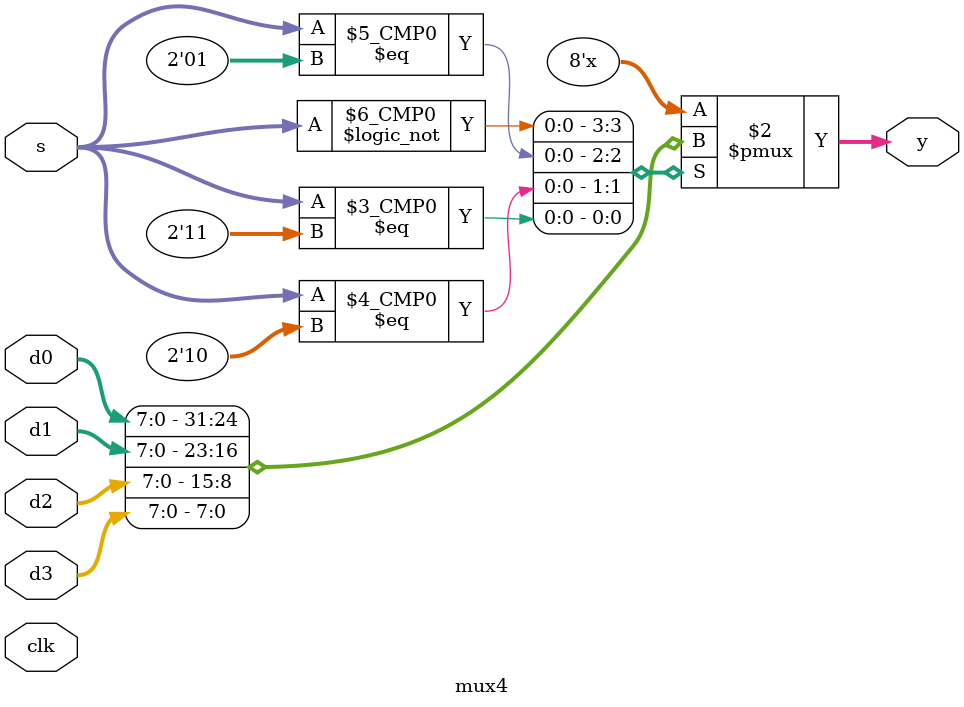
<source format=v>
`timescale 1us/10ns
module mux4 #(parameter WIDTH = 8)
               (input [WIDTH-1 : 0] d0, d1, d2, d3,
               input [1:0]          s,
               input clk,
               output reg [WIDTH-1: 0] y);

               always @(*)
               case(s)
                    2'b00: y <= d0;
                    2'b01: y <= d1;
                    2'b10: y <= d2;
                    2'b11: y <= d3;
               endcase
endmodule
</source>
